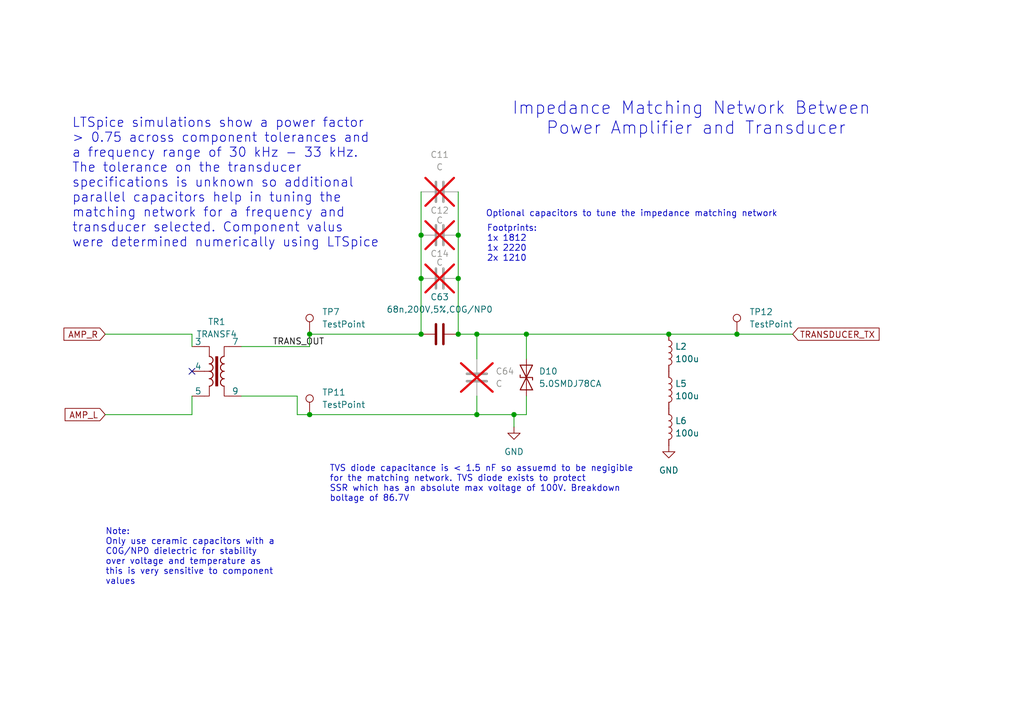
<source format=kicad_sch>
(kicad_sch (version 20231120) (generator "eeschema") (generator_version "8.0")
  (paper "A5")
  (title_block (title "Impedance Matching Network") (date "2025-01-17") (rev "1.3") (company "EV"))
  (lib_symbols
    (symbol "Device:L" (pin_numbers hide) (pin_names (offset 1.016) hide)
      (property "Reference" "L" (at -1.27 0 90))
      (property "Value" "L" (at 1.905 0 90))
      (symbol "L_0_1"
        (arc (start 0 -2.54) (mid 0.6323 -1.905) (end 0 -1.27))
        (arc (start 0 -1.27) (mid 0.6323 -0.635) (end 0 0))
        (arc (start 0 0) (mid 0.6323 0.635) (end 0 1.27))
        (arc (start 0 1.27) (mid 0.6323 1.905) (end 0 2.54))
      )
      (symbol "L_1_1"
        (pin passive line (at 0 3.81 270) (length 1.27) (name "1") (number "1"))
        (pin passive line (at 0 -3.81 90) (length 1.27) (name "2") (number "2"))
      )
    )
    (symbol "Transformer:TRANSF4" (pin_numbers hide) (pin_names (offset 0))
      (property "Reference" "TR1" (at 0 10.16 0))
      (property "Value" "TRANSF4" (at 0 7.62 0))
      (symbol "TRANSF4_0_1"
        (arc (start -1.524 -3.048) (mid -0.7653 -2.286) (end -1.524 -1.524) (stroke (width 0.2032)))
        (arc (start -1.524 -1.524) (mid -0.7653 -0.762) (end -1.524 0) (stroke (width 0.2032)))
        (arc (start -1.524 0) (mid -0.7653 0.762) (end -1.524 1.524) (stroke (width 0.2032)))
        (arc (start -1.524 1.524) (mid -0.7653 2.286) (end -1.524 3.048) (stroke (width 0.2032)))
        (rectangle (start -0.254 3.048) (end 0.254 -3.048) (stroke (width 0.0254)) (fill (type outline)))
        (polyline (pts (xy -1.524 0) (xy -2.54 0) (xy -2.54 0)) (fill (type outline)))
        (polyline (pts (xy -2.54 5.08) (xy -1.524 5.08) (xy -1.524 3.048) (xy -1.524 3.048)) (stroke (width 0.1524)))
        (polyline (pts (xy -1.524 -3.048) (xy -1.524 -5.08) (xy -2.54 -5.08) (xy -2.54 -5.08)) (stroke (width 0.1524)))
        (polyline (pts (xy 1.524 3.048) (xy 1.524 5.08) (xy 2.54 5.08) (xy 2.54 5.08)) (stroke (width 0.1524)))
        (polyline (pts (xy 2.54 -5.08) (xy 1.524 -5.08) (xy 1.524 -3.048) (xy 1.524 -3.048)) (stroke (width 0.1524)))
        (arc (start 1.524 -1.524) (mid 0.7653 -2.286) (end 1.524 -3.048) (stroke (width 0.2032)))
        (arc (start 1.524 0) (mid 0.7653 -0.762) (end 1.524 -1.524) (stroke (width 0.2032)))
        (arc (start 1.524 1.524) (mid 0.7653 0.762) (end 1.524 0) (stroke (width 0.2032)))
        (arc (start 1.524 3.048) (mid 0.7653 2.286) (end 1.524 1.524) (stroke (width 0.2032)))
      )
      (symbol "TRANSF4_1_1"
        (pin passive line (at -5.08 5.08 0) (length 2.54) (name "3") (number "3"))
        (pin passive line (at -5.08 0 0) (length 2.54) (name "4") (number "4"))
        (pin passive line (at -5.08 -5.08 0) (length 2.54) (name "5") (number "5"))
        (pin passive line (at 5.08 5.08 180) (length 2.54) (name "7") (number "7"))
        (pin passive line (at 5.08 -5.08 180) (length 2.54) (name "9") (number "9"))
      )
    )
    (symbol "UAM_symbols:C" (pin_numbers hide) (pin_names (offset 0.254))
      (property "Reference" "C" (at 0.635 2.54 0))
      (property "Value" "C" (at 0.635 -2.54 0))
      (symbol "C_0_1"
        (polyline (pts (xy -2.032 -0.762) (xy 2.032 -0.762)) (stroke (width 0.508)))
        (polyline (pts (xy -2.032 0.762) (xy 2.032 0.762)) (stroke (width 0.508)))
      )
      (symbol "C_1_1"
        (pin passive line (at 0 3.81 270) (length 2.794) (name "~") (number "1"))
        (pin passive line (at 0 -3.81 90) (length 2.794) (name "~") (number "2"))
      )
    )
    (symbol "UAM_symbols:SMAJ85CA" (pin_numbers hide) (pin_names (offset 1.016) hide)
      (property "Reference" "D" (at 0 2.54 0))
      (property "Value" "SMAJ85CA" (at 0 -2.54 0))
      (symbol "SMAJ85CA_0_1"
        (polyline (pts (xy 1.27 0) (xy -1.27 0)))
        (polyline (pts (xy -2.54 -1.27) (xy 0 0) (xy -2.54 1.27) (xy -2.54 -1.27)) (stroke (width 0.2032)))
        (polyline (pts (xy 0.508 1.27) (xy 0 1.27) (xy 0 -1.27) (xy -0.508 -1.27)) (stroke (width 0.2032)))
        (polyline (pts (xy 2.54 1.27) (xy 2.54 -1.27) (xy 0 0) (xy 2.54 1.27)) (stroke (width 0.2032)))
      )
      (symbol "SMAJ85CA_1_1"
        (pin passive line (at -3.81 0 0) (length 2.54) (name "A1") (number "1"))
        (pin passive line (at 3.81 0 180) (length 2.54) (name "A2") (number "2"))
      )
    )
    (symbol "UAM_symbols:TestPoint" (pin_numbers hide) (pin_names (offset 0.762) hide)
      (property "Reference" "TP" (at 0 6.858 0))
      (property "Value" "TestPoint" (at 0 5.08 0))
      (symbol "TestPoint_0_1"
        (circle (center 0 3.302) (radius 0.762))
      )
      (symbol "TestPoint_1_1"
        (pin passive line (at 0 0 90) (length 2.54) (name "1") (number "1"))
      )
    )
    (symbol "power:GND" (power) (pin_numbers hide) (pin_names (offset 0) hide)
      (property "Value" "GND" (at 0 -3.81 0))
      (symbol "GND_0_1"
        (polyline (pts (xy 0 0) (xy 0 -1.27) (xy 1.27 -1.27) (xy 0 -2.54) (xy -1.27 -1.27) (xy 0 -1.27)))
      )
      (symbol "GND_1_1"
        (pin power_in line (at 0 0 270) (length 0) (name "~") (number "1"))
      )
    )
  )
  (junction (at 105.41 85.09))
  (junction (at 97.79 85.09))
  (junction (at 63.5 68.58))
  (junction (at 63.5 85.09))
  (junction (at 86.36 68.58))
  (junction (at 86.36 57.15))
  (junction (at 93.98 48.26))
  (junction (at 97.79 68.58))
  (junction (at 86.36 48.26))
  (junction (at 107.95 68.58))
  (junction (at 93.98 57.15))
  (junction (at 151.13 68.58))
  (junction (at 137.16 68.58))
  (junction (at 93.98 68.58))
  (no_connect (at 39.37 76.2))
  (wire (pts (xy 97.79 85.09) (xy 105.41 85.09)))
  (wire (pts (xy 60.96 85.09) (xy 63.5 85.09)))
  (wire (pts (xy 93.98 48.26) (xy 93.98 57.15)))
  (wire (pts (xy 60.96 81.28) (xy 60.96 85.09)))
  (wire (pts (xy 97.79 68.58) (xy 107.95 68.58)))
  (wire (pts (xy 49.53 71.12) (xy 63.5 71.12)))
  (wire (pts (xy 107.95 68.58) (xy 107.95 73.66)))
  (wire (pts (xy 151.13 68.58) (xy 162.56 68.58)))
  (wire (pts (xy 21.59 85.09) (xy 39.37 85.09)))
  (wire (pts (xy 39.37 85.09) (xy 39.37 81.28)))
  (wire (pts (xy 63.5 68.58) (xy 86.36 68.58)))
  (wire (pts (xy 93.98 39.37) (xy 93.98 48.26)))
  (wire (pts (xy 21.59 68.58) (xy 39.37 68.58)))
  (wire (pts (xy 97.79 68.58) (xy 97.79 73.66)))
  (wire (pts (xy 97.79 81.28) (xy 97.79 85.09)))
  (wire (pts (xy 86.36 48.26) (xy 86.36 57.15)))
  (wire (pts (xy 107.95 68.58) (xy 137.16 68.58)))
  (wire (pts (xy 86.36 57.15) (xy 86.36 68.58)))
  (wire (pts (xy 93.98 57.15) (xy 93.98 68.58)))
  (wire (pts (xy 107.95 85.09) (xy 105.41 85.09)))
  (wire (pts (xy 105.41 87.63) (xy 105.41 85.09)))
  (wire (pts (xy 137.16 68.58) (xy 151.13 68.58)))
  (wire (pts (xy 39.37 68.58) (xy 39.37 71.12)))
  (wire (pts (xy 93.98 68.58) (xy 97.79 68.58)))
  (wire (pts (xy 63.5 85.09) (xy 97.79 85.09)))
  (wire (pts (xy 86.36 39.37) (xy 86.36 48.26)))
  (wire (pts (xy 63.5 71.12) (xy 63.5 68.58)))
  (wire (pts (xy 49.53 81.28) (xy 60.96 81.28)))
  (wire (pts (xy 107.95 81.28) (xy 107.95 85.09)))
  (text "Note:\nOnly use ceramic capacitors with a\nC0G/NP0 dielectric for stability\nover voltage and temperature as\nthis is very sensitive to component\nvalues" (at 21.59 114.3 0) (effects (font (size 1.27 1.27)) (justify left)))
  (text "LTSpice simulations show a power factor \n> 0.75 across component tolerances and \na frequency range of 30 kHz - 33 kHz. \nThe tolerance on the transducer \nspecifications is unknown so additional \nparallel capacitors help in tuning the \nmatching network for a frequency and \ntransducer selected. Component valus \nwere determined numerically using LTSpice" (at 14.732 37.592 0) (effects (font (size 1.905 1.905)) (justify left)))
  (text "Footprints:\n1x 1812\n1x 2220\n2x 1210" (at 99.822 50.038 0) (effects (font (size 1.27 1.27)) (justify left)))
  (text "Impedance Matching Network Between \nPower Amplifier and Transducer" (at 142.748 24.384 0) (effects (font (size 2.54 2.54))))
  (text "Optional capacitors to tune the impedance matching network" (at 129.54 43.942 0) (effects (font (size 1.27 1.27))))
  (text "TVS diode capacitance is < 1.5 nF so assuemd to be negigible\nfor the matching network. TVS diode exists to protect\nSSR which has an absolute max voltage of 100V. Breakdown\nboltage of 86.7V" (at 67.564 99.314 0) (effects (font (size 1.27 1.27)) (justify left)))
  (label "TRANS_OUT" (at 55.88 71.12 0))
  (global_label "AMP_R" (shape input) (at 21.59 68.58 180) (property "Intersheetrefs" "${INTERSHEET_REFS}" (effects (hide yes))))
  (global_label "AMP_L" (shape input) (at 21.59 85.09 180) (property "Intersheetrefs" "${INTERSHEET_REFS}" (effects (hide yes))))
  (global_label "TRANSDUCER_TX" (shape input) (at 162.56 68.58 0) (property "Intersheetrefs" "${INTERSHEET_REFS}" (effects (hide yes))))
  (symbol (lib_id "Device:L") (at 137.16 80.01 0) (unit 1)
    (property "Reference" "L5" (at 138.43 78.7399 0) (effects (justify left)))
    (property "Value" "100u" (at 138.43 81.2799 0) (effects (justify left)))
    (property "Footprint" "Inductor:PA4344" (effects (hide yes)))
    (property "Description" "Inductor" (effects (hide yes)))
    (property "MPN" "PA4344.104NLT" (effects (hide yes)))
  )
  (symbol (lib_id "UAM_symbols:C") (at 90.17 57.15 90) (unit 1) (in_bom no) (dnp yes)
    (property "Reference" "C14" (at 90.17 52.07 90))
    (property "Value" "C" (at 90.17 53.848 90))
    (property "Footprint" "Capacitor_SMD:C_1210_3225Metric_Pad1.33x2.70mm_HandSolder" (effects (hide yes)))
    (property "Description" "Unpolarized capacitor" (effects (hide yes)))
  )
  (symbol (lib_id "UAM_symbols:C") (at 97.79 77.47 0) (unit 1) (in_bom no) (dnp yes)
    (property "Reference" "C64" (at 101.6 76.1999 0) (effects (justify left)))
    (property "Value" "C" (at 101.6 78.7399 0) (effects (justify left)))
    (property "Footprint" "Capacitor_SMD:C_0805_2012Metric_Pad1.18x1.45mm_HandSolder" (effects (hide yes)))
    (property "Description" "Unpolarized capacitor" (effects (hide yes)))
  )
  (symbol (lib_id "power:GND") (at 137.16 91.44 0) (unit 1)
    (property "Reference" "#PWR0187" (effects (hide yes)))
    (property "Value" "GND" (at 137.16 96.52 0))
    (property "Description" "Power symbol creates a global label with name \"GND\" , ground" (effects (hide yes)))
  )
  (symbol (lib_id "power:GND") (at 105.41 87.63 0) (unit 1)
    (property "Reference" "#PWR023" (effects (hide yes)))
    (property "Value" "GND" (at 105.41 92.71 0))
    (property "Description" "Power symbol creates a global label with name \"GND\" , ground" (effects (hide yes)))
  )
  (symbol (lib_id "UAM_symbols:TestPoint") (at 63.5 68.58 0) (unit 1)
    (property "Reference" "TP7" (at 66.04 64.0079 0) (effects (justify left)))
    (property "Value" "TestPoint" (at 66.04 66.5479 0) (effects (justify left)))
    (property "Footprint" "TestPoint:TestPoint_Pad_D1.0mm" (effects (hide yes)))
    (property "Description" "test point" (effects (hide yes)))
  )
  (symbol (lib_id "UAM_symbols:C") (at 90.17 68.58 90) (unit 1)
    (property "Reference" "C63" (at 90.17 60.96 90))
    (property "Value" "68n,200V,5%,C0G/NP0" (at 90.17 63.5 90))
    (property "Footprint" "Capacitor_SMD:C_1812_4532Metric_Pad1.57x3.40mm_HandSolder" (effects (hide yes)))
    (property "Description" "Unpolarized capacitor" (effects (hide yes)))
  )
  (symbol (lib_id "UAM_symbols:TestPoint") (at 151.13 68.58 0) (unit 1)
    (property "Reference" "TP12" (at 153.67 64.0079 0) (effects (justify left)))
    (property "Value" "TestPoint" (at 153.67 66.5479 0) (effects (justify left)))
    (property "Footprint" "TestPoint:TestPoint_Pad_D1.0mm" (effects (hide yes)))
    (property "Description" "test point" (effects (hide yes)))
  )
  (symbol (lib_id "Transformer:TRANSF4") (at 44.45 76.2 0) (unit 1)
    (property "Reference" "TR1" (at 44.45 66.04 0))
    (property "Value" "TRANSF4" (at 44.45 68.58 0))
    (property "Footprint" "Transformer:750315836" (effects (hide yes)))
  )
  (symbol (lib_id "UAM_symbols:TestPoint") (at 63.5 85.09 0) (unit 1)
    (property "Reference" "TP11" (at 66.04 80.5179 0) (effects (justify left)))
    (property "Value" "TestPoint" (at 66.04 83.0579 0) (effects (justify left)))
    (property "Footprint" "TestPoint:TestPoint_Pad_D1.0mm" (effects (hide yes)))
    (property "Description" "test point" (effects (hide yes)))
  )
  (symbol (lib_id "UAM_symbols:C") (at 90.17 39.37 90) (unit 1) (in_bom no) (dnp yes)
    (property "Reference" "C11" (at 90.17 31.75 90))
    (property "Value" "C" (at 90.17 34.29 90))
    (property "Footprint" "Capacitor_SMD:C_2220_5750Metric_Pad1.97x5.40mm_HandSolder" (effects (hide yes)))
    (property "Description" "Unpolarized capacitor" (effects (hide yes)))
  )
  (symbol (lib_id "UAM_symbols:C") (at 90.17 48.26 90) (unit 1) (in_bom no) (dnp yes)
    (property "Reference" "C12" (at 90.17 43.18 90))
    (property "Value" "C" (at 90.17 45.212 90))
    (property "Footprint" "Capacitor_SMD:C_1210_3225Metric_Pad1.33x2.70mm_HandSolder" (effects (hide yes)))
    (property "Description" "Unpolarized capacitor" (effects (hide yes)))
  )
  (symbol (lib_id "UAM_symbols:SMAJ85CA") (at 107.95 77.47 90) (unit 1)
    (property "Reference" "D10" (at 110.49 76.1999 90) (effects (justify right)))
    (property "Value" "5.0SMDJ78CA" (at 110.49 78.7399 90) (effects (justify right)))
    (property "Footprint" "Diode_SMD:D_SMA" (effects (hide yes)))
    (property "Datasheet" "https://www.littelfuse.com/media?resourcetype=datasheets&itemid=75e32973-b177-4ee3-a0ff-cedaf1abdb93&filename=smaj-datasheet" (effects (hide yes)))
    (property "Description" "400W bidirectional Transient Voltage Suppressor, 85.0Vr, SMA(DO-214AC)" (effects (hide yes)))
  )
  (symbol (lib_id "Device:L") (at 137.16 72.39 0) (unit 1)
    (property "Reference" "L2" (at 138.43 71.1199 0) (effects (justify left)))
    (property "Value" "100u" (at 138.43 73.6599 0) (effects (justify left)))
    (property "Footprint" "Inductor:PA4344" (effects (hide yes)))
    (property "Description" "Inductor" (effects (hide yes)))
    (property "MPN" " PA4344.104NLT" (effects (hide yes)))
  )
  (symbol (lib_id "Device:L") (at 137.16 87.63 0) (unit 1)
    (property "Reference" "L6" (at 138.43 86.3599 0) (effects (justify left)))
    (property "Value" "100u" (at 138.43 88.8999 0) (effects (justify left)))
    (property "Footprint" "Inductor:PA4344" (effects (hide yes)))
    (property "Description" "Inductor" (effects (hide yes)))
    (property "MPN" "PA4344.104NLT" (effects (hide yes)))
  )
)
</source>
